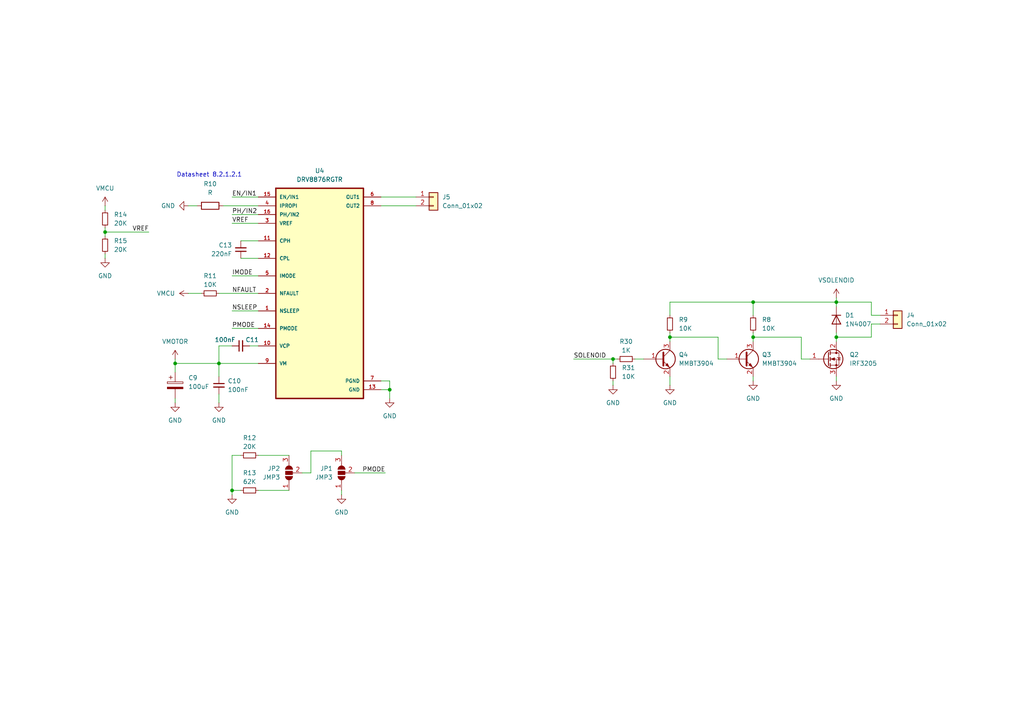
<source format=kicad_sch>
(kicad_sch (version 20231120) (generator "eeschema") (generator_version "8.0")
  (paper "A4")
  (lib_symbols
    (symbol "Connector_Generic:Conn_01x02" (pin_names (offset 1.016) hide)
      (property "Reference" "J" (at 0 2.54 0))
      (property "Value" "Conn_01x02" (at 0 -5.08 0))
      (symbol "Conn_01x02_1_1"
        (rectangle (start -1.27 -2.413) (end 0 -2.667) (stroke (width 0.1524)))
        (rectangle (start -1.27 0.127) (end 0 -0.127) (stroke (width 0.1524)))
        (rectangle (start -1.27 1.27) (end 1.27 -3.81) (stroke (width 0.254)) (fill (type background)))
        (pin passive line (at -5.08 0 0) (length 3.81) (name "Pin_1") (number "1"))
        (pin passive line (at -5.08 -2.54 0) (length 3.81) (name "Pin_2") (number "2"))
      )
    )
    (symbol "DRV8876RGTR:DRV8876RGTR" (pin_names (offset 1.016))
      (property "Reference" "U" (at -12.7 31.48 0))
      (property "Value" "DRV8876RGTR" (at -12.7 -34.48 0))
      (symbol "DRV8876RGTR_0_0"
        (rectangle (start -12.7 -30.48) (end 12.7 30.48) (stroke (width 0.41)) (fill (type background)))
        (pin bidirectional line (at -17.78 -5.08 0) (length 5.08) (name "NSLEEP") (number "1"))
        (pin bidirectional line (at -17.78 -15.24 0) (length 5.08) (name "VCP") (number "10"))
        (pin bidirectional line (at -17.78 15.24 0) (length 5.08) (name "CPH") (number "11"))
        (pin bidirectional line (at -17.78 10.16 0) (length 5.08) (name "CPL") (number "12"))
        (pin power_in line (at 17.78 -27.94 180) (length 5.08) (name "GND") (number "13"))
        (pin bidirectional line (at -17.78 -10.16 0) (length 5.08) (name "PMODE") (number "14"))
        (pin input line (at -17.78 27.94 0) (length 5.08) (name "EN/IN1") (number "15"))
        (pin input line (at -17.78 22.86 0) (length 5.08) (name "PH/IN2") (number "16"))
        (pin bidirectional line (at -17.78 0 0) (length 5.08) (name "NFAULT") (number "2"))
        (pin input line (at -17.78 20.32 0) (length 5.08) (name "VREF") (number "3"))
        (pin input line (at -17.78 25.4 0) (length 5.08) (name "IPROPI") (number "4"))
        (pin bidirectional line (at -17.78 5.08 0) (length 5.08) (name "IMODE") (number "5"))
        (pin output line (at 17.78 27.94 180) (length 5.08) (name "OUT1") (number "6"))
        (pin power_in line (at 17.78 -25.4 180) (length 5.08) (name "PGND") (number "7"))
        (pin output line (at 17.78 25.4 180) (length 5.08) (name "OUT2") (number "8"))
        (pin bidirectional line (at -17.78 -20.32 0) (length 5.08) (name "VM") (number "9"))
      )
    )
    (symbol "Device:C_Polarized" (pin_numbers hide) (pin_names (offset 0.254))
      (property "Reference" "C" (at 0.635 2.54 0))
      (property "Value" "C_Polarized" (at 0.635 -2.54 0))
      (symbol "C_Polarized_0_1"
        (rectangle (start -2.286 0.508) (end 2.286 1.016))
        (polyline (pts (xy -1.778 2.286) (xy -0.762 2.286)))
        (polyline (pts (xy -1.27 2.794) (xy -1.27 1.778)))
        (rectangle (start 2.286 -0.508) (end -2.286 -1.016) (fill (type outline)))
      )
      (symbol "C_Polarized_1_1"
        (pin passive line (at 0 3.81 270) (length 2.794) (name "~") (number "1"))
        (pin passive line (at 0 -3.81 90) (length 2.794) (name "~") (number "2"))
      )
    )
    (symbol "Device:C_Small" (pin_numbers hide) (pin_names (offset 0.254) hide)
      (property "Reference" "C" (at 0.254 1.778 0))
      (property "Value" "C_Small" (at 0.254 -2.032 0))
      (symbol "C_Small_0_1"
        (polyline (pts (xy -1.524 -0.508) (xy 1.524 -0.508)) (stroke (width 0.3302)))
        (polyline (pts (xy -1.524 0.508) (xy 1.524 0.508)) (stroke (width 0.3048)))
      )
      (symbol "C_Small_1_1"
        (pin passive line (at 0 2.54 270) (length 2.032) (name "~") (number "1"))
        (pin passive line (at 0 -2.54 90) (length 2.032) (name "~") (number "2"))
      )
    )
    (symbol "Device:R" (pin_numbers hide) (pin_names (offset 0))
      (property "Reference" "R" (at 2.032 0 90))
      (property "Value" "R" (at 0 0 90))
      (symbol "R_0_1"
        (rectangle (start -1.016 -2.54) (end 1.016 2.54) (stroke (width 0.254)))
      )
      (symbol "R_1_1"
        (pin passive line (at 0 3.81 270) (length 1.27) (name "~") (number "1"))
        (pin passive line (at 0 -3.81 90) (length 1.27) (name "~") (number "2"))
      )
    )
    (symbol "Device:R_Small" (pin_numbers hide) (pin_names (offset 0.254) hide)
      (property "Reference" "R" (at 0.762 0.508 0))
      (property "Value" "R_Small" (at 0.762 -1.016 0))
      (symbol "R_Small_0_1"
        (rectangle (start -0.762 1.778) (end 0.762 -1.778) (stroke (width 0.2032)))
      )
      (symbol "R_Small_1_1"
        (pin passive line (at 0 2.54 270) (length 0.762) (name "~") (number "1"))
        (pin passive line (at 0 -2.54 90) (length 0.762) (name "~") (number "2"))
      )
    )
    (symbol "Diode:1N4007" (pin_numbers hide) (pin_names hide)
      (property "Reference" "D" (at 0 2.54 0))
      (property "Value" "1N4007" (at 0 -2.54 0))
      (symbol "1N4007_0_1"
        (polyline (pts (xy -1.27 1.27) (xy -1.27 -1.27)) (stroke (width 0.254)))
        (polyline (pts (xy 1.27 0) (xy -1.27 0)))
        (polyline (pts (xy 1.27 1.27) (xy 1.27 -1.27) (xy -1.27 0) (xy 1.27 1.27)) (stroke (width 0.254)))
      )
      (symbol "1N4007_1_1"
        (pin passive line (at -3.81 0 0) (length 2.54) (name "K") (number "1"))
        (pin passive line (at 3.81 0 180) (length 2.54) (name "A") (number "2"))
      )
    )
    (symbol "Jumper:SolderJumper_3_Open" (pin_names (offset 0) hide) (exclude_from_sim yes) (in_bom no)
      (property "Reference" "JP" (at -2.54 -2.54 0))
      (property "Value" "SolderJumper_3_Open" (at 0 2.794 0))
      (symbol "SolderJumper_3_Open_0_1"
        (arc (start -1.016 1.016) (mid -2.0276 0) (end -1.016 -1.016))
        (arc (start -1.016 1.016) (mid -2.0276 0) (end -1.016 -1.016) (fill (type outline)))
        (rectangle (start -0.508 1.016) (end 0.508 -1.016) (fill (type outline)))
        (polyline (pts (xy -2.54 0) (xy -2.032 0)))
        (polyline (pts (xy -1.016 1.016) (xy -1.016 -1.016)))
        (polyline (pts (xy 0 -1.27) (xy 0 -1.016)))
        (polyline (pts (xy 1.016 1.016) (xy 1.016 -1.016)))
        (polyline (pts (xy 2.54 0) (xy 2.032 0)))
        (arc (start 1.016 -1.016) (mid 2.0276 0) (end 1.016 1.016))
        (arc (start 1.016 -1.016) (mid 2.0276 0) (end 1.016 1.016) (fill (type outline)))
      )
      (symbol "SolderJumper_3_Open_1_1"
        (pin passive line (at -5.08 0 0) (length 2.54) (name "A") (number "1"))
        (pin passive line (at 0 -3.81 90) (length 2.54) (name "C") (number "2"))
        (pin passive line (at 5.08 0 180) (length 2.54) (name "B") (number "3"))
      )
    )
    (symbol "Transistor_BJT:MMBT3904" (pin_names (offset 0) hide)
      (property "Reference" "Q" (at 5.08 1.905 0))
      (property "Value" "MMBT3904" (at 5.08 0 0))
      (symbol "MMBT3904_0_1"
        (polyline (pts (xy 0.635 0.635) (xy 2.54 2.54)))
        (polyline (pts (xy 0.635 -0.635) (xy 2.54 -2.54) (xy 2.54 -2.54)))
        (polyline (pts (xy 0.635 1.905) (xy 0.635 -1.905) (xy 0.635 -1.905)) (stroke (width 0.508)))
        (polyline (pts (xy 1.27 -1.778) (xy 1.778 -1.27) (xy 2.286 -2.286) (xy 1.27 -1.778) (xy 1.27 -1.778)) (fill (type outline)))
        (circle (center 1.27 0) (radius 2.8194) (stroke (width 0.254)))
      )
      (symbol "MMBT3904_1_1"
        (pin input line (at -5.08 0 0) (length 5.715) (name "B") (number "1"))
        (pin passive line (at 2.54 -5.08 90) (length 2.54) (name "E") (number "2"))
        (pin passive line (at 2.54 5.08 270) (length 2.54) (name "C") (number "3"))
      )
    )
    (symbol "Transistor_FET:IRF3205" (pin_names hide)
      (property "Reference" "Q" (at 5.08 1.905 0))
      (property "Value" "IRF3205" (at 5.08 0 0))
      (symbol "IRF3205_0_1"
        (polyline (pts (xy 0.254 0) (xy -2.54 0)))
        (polyline (pts (xy 0.254 1.905) (xy 0.254 -1.905)) (stroke (width 0.254)))
        (polyline (pts (xy 0.762 -1.27) (xy 0.762 -2.286)) (stroke (width 0.254)))
        (polyline (pts (xy 0.762 0.508) (xy 0.762 -0.508)) (stroke (width 0.254)))
        (polyline (pts (xy 0.762 2.286) (xy 0.762 1.27)) (stroke (width 0.254)))
        (polyline (pts (xy 2.54 2.54) (xy 2.54 1.778)))
        (polyline (pts (xy 2.54 -2.54) (xy 2.54 0) (xy 0.762 0)))
        (polyline (pts (xy 0.762 -1.778) (xy 3.302 -1.778) (xy 3.302 1.778) (xy 0.762 1.778)))
        (polyline (pts (xy 1.016 0) (xy 2.032 0.381) (xy 2.032 -0.381) (xy 1.016 0)) (fill (type outline)))
        (polyline (pts (xy 2.794 0.508) (xy 2.921 0.381) (xy 3.683 0.381) (xy 3.81 0.254)))
        (polyline (pts (xy 3.302 0.381) (xy 2.921 -0.254) (xy 3.683 -0.254) (xy 3.302 0.381)))
        (circle (center 1.651 0) (radius 2.794) (stroke (width 0.254)))
        (circle (center 2.54 -1.778) (radius 0.254) (fill (type outline)))
        (circle (center 2.54 1.778) (radius 0.254) (fill (type outline)))
      )
      (symbol "IRF3205_1_1"
        (pin input line (at -5.08 0 0) (length 2.54) (name "G") (number "1"))
        (pin passive line (at 2.54 5.08 270) (length 2.54) (name "D") (number "2"))
        (pin passive line (at 2.54 -5.08 90) (length 2.54) (name "S") (number "3"))
      )
    )
    (symbol "power:+12V" (power) (pin_numbers hide) (pin_names (offset 0) hide)
      (property "Value" "+12V" (at 0 3.556 0))
      (symbol "+12V_0_1"
        (polyline (pts (xy -0.762 1.27) (xy 0 2.54)))
        (polyline (pts (xy 0 0) (xy 0 2.54)))
        (polyline (pts (xy 0 2.54) (xy 0.762 1.27)))
      )
      (symbol "+12V_1_1"
        (pin power_in line (at 0 0 90) (length 0) (name "~") (number "1"))
      )
    )
    (symbol "power:+3V3" (power) (pin_numbers hide) (pin_names (offset 0) hide)
      (property "Value" "+3V3" (at 0 3.556 0))
      (symbol "+3V3_0_1"
        (polyline (pts (xy -0.762 1.27) (xy 0 2.54)))
        (polyline (pts (xy 0 0) (xy 0 2.54)))
        (polyline (pts (xy 0 2.54) (xy 0.762 1.27)))
      )
      (symbol "+3V3_1_1"
        (pin power_in line (at 0 0 90) (length 0) (name "~") (number "1"))
      )
    )
    (symbol "power:GND" (power) (pin_numbers hide) (pin_names (offset 0) hide)
      (property "Value" "GND" (at 0 -3.81 0))
      (symbol "GND_0_1"
        (polyline (pts (xy 0 0) (xy 0 -1.27) (xy 1.27 -1.27) (xy 0 -2.54) (xy -1.27 -1.27) (xy 0 -1.27)))
      )
      (symbol "GND_1_1"
        (pin power_in line (at 0 0 270) (length 0) (name "~") (number "1"))
      )
    )
  )
  (junction (at 177.8 104.14))
  (junction (at 63.5 105.41))
  (junction (at 218.44 97.79))
  (junction (at 50.8 105.41))
  (junction (at 194.31 97.79))
  (junction (at 218.44 87.63))
  (junction (at 242.57 87.63))
  (junction (at 242.57 97.79))
  (junction (at 67.31 142.24))
  (junction (at 30.48 67.31))
  (junction (at 113.03 113.03))
  (wire (pts (xy 30.48 67.31) (xy 30.48 66.04)))
  (wire (pts (xy 179.07 104.14) (xy 177.8 104.14)))
  (wire (pts (xy 177.8 104.14) (xy 177.8 105.41)))
  (wire (pts (xy 194.31 97.79) (xy 194.31 99.06)))
  (wire (pts (xy 113.03 110.49) (xy 110.49 110.49)))
  (wire (pts (xy 242.57 96.52) (xy 242.57 97.79)))
  (wire (pts (xy 63.5 116.84) (xy 63.5 114.3)))
  (wire (pts (xy 63.5 85.09) (xy 74.93 85.09)))
  (wire (pts (xy 252.73 91.44) (xy 252.73 87.63)))
  (wire (pts (xy 218.44 97.79) (xy 218.44 99.06)))
  (wire (pts (xy 218.44 96.52) (xy 218.44 97.79)))
  (wire (pts (xy 50.8 104.14) (xy 50.8 105.41)))
  (wire (pts (xy 255.27 93.98) (xy 252.73 93.98)))
  (wire (pts (xy 69.85 74.93) (xy 74.93 74.93)))
  (wire (pts (xy 194.31 91.44) (xy 194.31 87.63)))
  (wire (pts (xy 90.17 137.16) (xy 90.17 130.81)))
  (wire (pts (xy 54.61 59.69) (xy 57.15 59.69)))
  (wire (pts (xy 50.8 105.41) (xy 50.8 107.95)))
  (wire (pts (xy 67.31 142.24) (xy 67.31 132.08)))
  (wire (pts (xy 184.15 104.14) (xy 186.69 104.14)))
  (wire (pts (xy 113.03 113.03) (xy 113.03 110.49)))
  (wire (pts (xy 166.37 104.14) (xy 177.8 104.14)))
  (wire (pts (xy 63.5 100.33) (xy 63.5 105.41)))
  (wire (pts (xy 208.28 97.79) (xy 194.31 97.79)))
  (wire (pts (xy 120.65 59.69) (xy 110.49 59.69)))
  (wire (pts (xy 120.65 57.15) (xy 110.49 57.15)))
  (wire (pts (xy 242.57 86.36) (xy 242.57 87.63)))
  (wire (pts (xy 242.57 87.63) (xy 242.57 88.9)))
  (wire (pts (xy 242.57 110.49) (xy 242.57 109.22)))
  (wire (pts (xy 30.48 74.93) (xy 30.48 73.66)))
  (wire (pts (xy 90.17 130.81) (xy 99.06 130.81)))
  (wire (pts (xy 67.31 57.15) (xy 74.93 57.15)))
  (wire (pts (xy 252.73 87.63) (xy 242.57 87.63)))
  (wire (pts (xy 74.93 132.08) (xy 83.82 132.08)))
  (wire (pts (xy 67.31 95.25) (xy 74.93 95.25)))
  (wire (pts (xy 210.82 104.14) (xy 208.28 104.14)))
  (wire (pts (xy 194.31 87.63) (xy 218.44 87.63)))
  (wire (pts (xy 208.28 104.14) (xy 208.28 97.79)))
  (wire (pts (xy 63.5 105.41) (xy 74.93 105.41)))
  (wire (pts (xy 67.31 80.01) (xy 74.93 80.01)))
  (wire (pts (xy 67.31 132.08) (xy 69.85 132.08)))
  (wire (pts (xy 194.31 96.52) (xy 194.31 97.79)))
  (wire (pts (xy 255.27 91.44) (xy 252.73 91.44)))
  (wire (pts (xy 177.8 111.76) (xy 177.8 110.49)))
  (wire (pts (xy 234.95 104.14) (xy 232.41 104.14)))
  (wire (pts (xy 30.48 67.31) (xy 43.18 67.31)))
  (wire (pts (xy 99.06 143.51) (xy 99.06 142.24)))
  (wire (pts (xy 242.57 97.79) (xy 242.57 99.06)))
  (wire (pts (xy 113.03 115.57) (xy 113.03 113.03)))
  (wire (pts (xy 74.93 142.24) (xy 83.82 142.24)))
  (wire (pts (xy 67.31 142.24) (xy 69.85 142.24)))
  (wire (pts (xy 67.31 64.77) (xy 74.93 64.77)))
  (wire (pts (xy 110.49 113.03) (xy 113.03 113.03)))
  (wire (pts (xy 67.31 143.51) (xy 67.31 142.24)))
  (wire (pts (xy 63.5 105.41) (xy 50.8 105.41)))
  (wire (pts (xy 232.41 97.79) (xy 218.44 97.79)))
  (wire (pts (xy 30.48 59.69) (xy 30.48 60.96)))
  (wire (pts (xy 30.48 68.58) (xy 30.48 67.31)))
  (wire (pts (xy 87.63 137.16) (xy 90.17 137.16)))
  (wire (pts (xy 64.77 59.69) (xy 74.93 59.69)))
  (wire (pts (xy 63.5 105.41) (xy 63.5 109.22)))
  (wire (pts (xy 72.39 100.33) (xy 74.93 100.33)))
  (wire (pts (xy 67.31 90.17) (xy 74.93 90.17)))
  (wire (pts (xy 69.85 69.85) (xy 74.93 69.85)))
  (wire (pts (xy 218.44 87.63) (xy 218.44 91.44)))
  (wire (pts (xy 218.44 87.63) (xy 242.57 87.63)))
  (wire (pts (xy 111.76 137.16) (xy 102.87 137.16)))
  (wire (pts (xy 252.73 93.98) (xy 252.73 97.79)))
  (wire (pts (xy 99.06 130.81) (xy 99.06 132.08)))
  (wire (pts (xy 194.31 111.76) (xy 194.31 109.22)))
  (wire (pts (xy 67.31 100.33) (xy 63.5 100.33)))
  (wire (pts (xy 67.31 62.23) (xy 74.93 62.23)))
  (wire (pts (xy 252.73 97.79) (xy 242.57 97.79)))
  (wire (pts (xy 54.61 85.09) (xy 58.42 85.09)))
  (wire (pts (xy 232.41 104.14) (xy 232.41 97.79)))
  (wire (pts (xy 50.8 116.84) (xy 50.8 115.57)))
  (wire (pts (xy 218.44 110.49) (xy 218.44 109.22)))
  (text "Datasheet 8.2.1.2.1" (at 60.706 50.8 0) (effects (font (size 1.27 1.27))))
  (label "VREF" (at 67.31 64.77 0))
  (label "NFAULT" (at 67.31 85.09 0))
  (label "PH/IN2" (at 67.31 62.23 0))
  (label "PMODE" (at 67.31 95.25 0))
  (label "VREF" (at 43.18 67.31 180))
  (label "EN/IN1" (at 67.31 57.15 0))
  (label "NSLEEP" (at 67.31 90.17 0))
  (label "IMODE" (at 67.31 80.01 0))
  (label "PMODE" (at 111.76 137.16 180))
  (label "SOLENOID" (at 166.37 104.14 0))
  (symbol (lib_id "power:GND") (at 30.48 74.93 0) (unit 1)
    (property "Reference" "#PWR037" (effects (hide yes)))
    (property "Value" "GND" (at 30.48 80.01 0))
    (property "Description" "Power symbol creates a global label with name \"GND\" , ground" (effects (hide yes)))
  )
  (symbol (lib_id "Transistor_BJT:MMBT3904") (at 191.77 104.14 0) (unit 1)
    (property "Reference" "Q4" (at 196.85 102.8699 0) (effects (justify left)))
    (property "Value" "MMBT3904" (at 196.85 105.4099 0) (effects (justify left)))
    (property "Footprint" "Package_TO_SOT_SMD:SOT-23" (effects (hide yes)))
    (property "Datasheet" "https://www.onsemi.com/pdf/datasheet/pzt3904-d.pdf" (effects (hide yes)))
    (property "Description" "0.2A Ic, 40V Vce, Small Signal NPN Transistor, SOT-23" (effects (hide yes)))
  )
  (symbol (lib_id "Device:R") (at 60.96 59.69 270) (unit 1)
    (property "Reference" "R10" (at 60.96 53.34 90))
    (property "Value" "R" (at 60.96 55.88 90))
    (property "Footprint" "Resistor_SMD:R_0603_1608Metric" (effects (hide yes)))
    (property "Description" "Resistor" (effects (hide yes)))
  )
  (symbol (lib_id "Device:R_Small") (at 72.39 132.08 270) (unit 1)
    (property "Reference" "R12" (at 72.39 127 90))
    (property "Value" "20K" (at 72.39 129.54 90))
    (property "Footprint" "Resistor_SMD:R_0603_1608Metric" (effects (hide yes)))
    (property "Description" "Resistor, small symbol" (effects (hide yes)))
  )
  (symbol (lib_id "Connector_Generic:Conn_01x02") (at 125.73 57.15 0) (unit 1)
    (property "Reference" "J5" (at 128.27 57.1499 0) (effects (justify left)))
    (property "Value" "Conn_01x02" (at 128.27 59.6899 0) (effects (justify left)))
    (property "Footprint" "Connector_JST:JST_PH_B2B-PH-K_1x02_P2.00mm_Vertical" (effects (hide yes)))
    (property "Description" "Generic connector, single row, 01x02, script generated (kicad-library-utils/schlib/autogen/connector/)" (effects (hide yes)))
  )
  (symbol (lib_id "Device:R_Small") (at 30.48 71.12 0) (unit 1)
    (property "Reference" "R15" (at 33.02 69.8499 0) (effects (justify left)))
    (property "Value" "20K" (at 33.02 72.3899 0) (effects (justify left)))
    (property "Footprint" "Resistor_SMD:R_0603_1608Metric" (effects (hide yes)))
    (property "Description" "Resistor, small symbol" (effects (hide yes)))
  )
  (symbol (lib_id "power:GND") (at 54.61 59.69 270) (unit 1)
    (property "Reference" "#PWR034" (effects (hide yes)))
    (property "Value" "GND" (at 50.8 59.6899 90) (effects (justify right)))
    (property "Description" "Power symbol creates a global label with name \"GND\" , ground" (effects (hide yes)))
  )
  (symbol (lib_id "power:GND") (at 113.03 115.57 0) (unit 1)
    (property "Reference" "#PWR033" (effects (hide yes)))
    (property "Value" "GND" (at 113.03 120.65 0))
    (property "Description" "Power symbol creates a global label with name \"GND\" , ground" (effects (hide yes)))
  )
  (symbol (lib_id "power:GND") (at 194.31 111.76 0) (unit 1)
    (property "Reference" "#PWR027" (effects (hide yes)))
    (property "Value" "GND" (at 194.31 116.84 0))
    (property "Description" "Power symbol creates a global label with name \"GND\" , ground" (effects (hide yes)))
  )
  (symbol (lib_id "power:GND") (at 67.31 143.51 0) (unit 1)
    (property "Reference" "#PWR029" (effects (hide yes)))
    (property "Value" "GND" (at 67.31 148.59 0))
    (property "Description" "Power symbol creates a global label with name \"GND\" , ground" (effects (hide yes)))
  )
  (symbol (lib_id "power:+3V3") (at 30.48 59.69 0) (unit 1)
    (property "Reference" "#PWR036" (effects (hide yes)))
    (property "Value" "VMCU" (at 30.48 54.61 0))
    (property "Description" "Power symbol creates a global label with name \"+3V3\"" (effects (hide yes)))
  )
  (symbol (lib_id "power:GND") (at 99.06 143.51 0) (unit 1)
    (property "Reference" "#PWR028" (effects (hide yes)))
    (property "Value" "GND" (at 99.06 148.59 0))
    (property "Description" "Power symbol creates a global label with name \"GND\" , ground" (effects (hide yes)))
  )
  (symbol (lib_id "power:+12V") (at 242.57 86.36 0) (unit 1)
    (property "Reference" "#PWR024" (effects (hide yes)))
    (property "Value" "VSOLENOID" (at 242.57 81.28 0))
    (property "Description" "Power symbol creates a global label with name \"+12V\"" (effects (hide yes)))
  )
  (symbol (lib_id "power:GND") (at 63.5 116.84 0) (unit 1)
    (property "Reference" "#PWR032" (effects (hide yes)))
    (property "Value" "GND" (at 63.5 121.92 0))
    (property "Description" "Power symbol creates a global label with name \"GND\" , ground" (effects (hide yes)))
  )
  (symbol (lib_id "Transistor_FET:IRF3205") (at 240.03 104.14 0) (unit 1)
    (property "Reference" "Q2" (at 246.38 102.8699 0) (effects (justify left)))
    (property "Value" "IRF3205" (at 246.38 105.4099 0) (effects (justify left)))
    (property "Footprint" "Package_TO_SOT_THT:TO-220-3_Vertical" (effects (hide yes)))
    (property "Datasheet" "http://www.irf.com/product-info/datasheets/data/irf3205.pdf" (effects (hide yes)))
    (property "Description" "110A Id, 55V Vds, Single N-Channel HEXFET Power MOSFET, 8mOhm Ron, TO-220AB" (effects (hide yes)))
  )
  (symbol (lib_id "power:GND") (at 177.8 111.76 0) (unit 1)
    (property "Reference" "#PWR074" (effects (hide yes)))
    (property "Value" "GND" (at 177.8 116.84 0))
    (property "Description" "Power symbol creates a global label with name \"GND\" , ground" (effects (hide yes)))
  )
  (symbol (lib_id "power:GND") (at 50.8 116.84 0) (unit 1)
    (property "Reference" "#PWR031" (effects (hide yes)))
    (property "Value" "GND" (at 50.8 121.92 0))
    (property "Description" "Power symbol creates a global label with name \"GND\" , ground" (effects (hide yes)))
  )
  (symbol (lib_id "Device:C_Small") (at 69.85 100.33 90) (unit 1)
    (property "Reference" "C11" (at 73.152 98.552 90))
    (property "Value" "100nF" (at 65.278 98.552 90))
    (property "Footprint" "Capacitor_SMD:C_0603_1608Metric" (effects (hide yes)))
    (property "Description" "Unpolarized capacitor, small symbol" (effects (hide yes)))
  )
  (symbol (lib_id "Device:C_Small") (at 63.5 111.76 0) (unit 1)
    (property "Reference" "C10" (at 66.04 110.4962 0) (effects (justify left)))
    (property "Value" "100nF" (at 66.04 113.0362 0) (effects (justify left)))
    (property "Footprint" "Capacitor_SMD:C_0603_1608Metric" (effects (hide yes)))
    (property "Description" "Unpolarized capacitor, small symbol" (effects (hide yes)))
  )
  (symbol (lib_id "Device:C_Polarized") (at 50.8 111.76 0) (unit 1)
    (property "Reference" "C9" (at 54.61 109.6009 0) (effects (justify left)))
    (property "Value" "100uF" (at 54.61 112.1409 0) (effects (justify left)))
    (property "Footprint" "Capacitor_THT:CP_Radial_D6.3mm_P2.50mm" (effects (hide yes)))
    (property "Description" "Polarized capacitor" (effects (hide yes)))
  )
  (symbol (lib_id "power:+3V3") (at 54.61 85.09 90) (unit 1)
    (property "Reference" "#PWR012" (effects (hide yes)))
    (property "Value" "VMCU" (at 50.8 85.0899 90) (effects (justify left)))
    (property "Description" "Power symbol creates a global label with name \"+3V3\"" (effects (hide yes)))
  )
  (symbol (lib_id "Connector_Generic:Conn_01x02") (at 260.35 91.44 0) (unit 1)
    (property "Reference" "J4" (at 262.89 91.4399 0) (effects (justify left)))
    (property "Value" "Conn_01x02" (at 262.89 93.9799 0) (effects (justify left)))
    (property "Footprint" "Connector_JST:JST_PH_B2B-PH-K_1x02_P2.00mm_Vertical" (effects (hide yes)))
    (property "Description" "Generic connector, single row, 01x02, script generated (kicad-library-utils/schlib/autogen/connector/)" (effects (hide yes)))
  )
  (symbol (lib_id "Device:R_Small") (at 218.44 93.98 180) (unit 1)
    (property "Reference" "R8" (at 220.98 92.7099 0) (effects (justify right)))
    (property "Value" "10K" (at 220.98 95.2499 0) (effects (justify right)))
    (property "Footprint" "Resistor_SMD:R_0603_1608Metric" (effects (hide yes)))
    (property "Description" "Resistor, small symbol" (effects (hide yes)))
  )
  (symbol (lib_id "Device:C_Small") (at 69.85 72.39 0) (mirror x) (unit 1)
    (property "Reference" "C13" (at 67.31 71.1135 0) (effects (justify right)))
    (property "Value" "220nF" (at 67.31 73.6535 0) (effects (justify right)))
    (property "Footprint" "Capacitor_SMD:C_0603_1608Metric" (effects (hide yes)))
    (property "Description" "Unpolarized capacitor, small symbol" (effects (hide yes)))
  )
  (symbol (lib_id "Device:R_Small") (at 72.39 142.24 270) (unit 1)
    (property "Reference" "R13" (at 72.39 137.16 90))
    (property "Value" "62K" (at 72.39 139.7 90))
    (property "Footprint" "Resistor_SMD:R_0603_1608Metric" (effects (hide yes)))
    (property "Description" "Resistor, small symbol" (effects (hide yes)))
  )
  (symbol (lib_id "Device:R_Small") (at 60.96 85.09 270) (unit 1)
    (property "Reference" "R11" (at 60.96 80.01 90))
    (property "Value" "10K" (at 60.96 82.55 90))
    (property "Footprint" "Resistor_SMD:R_0603_1608Metric" (effects (hide yes)))
    (property "Description" "Resistor, small symbol" (effects (hide yes)))
  )
  (symbol (lib_id "power:GND") (at 242.57 110.49 0) (unit 1)
    (property "Reference" "#PWR025" (effects (hide yes)))
    (property "Value" "GND" (at 242.57 115.57 0))
    (property "Description" "Power symbol creates a global label with name \"GND\" , ground" (effects (hide yes)))
  )
  (symbol (lib_id "Jumper:SolderJumper_3_Open") (at 83.82 137.16 90) (unit 1) (exclude_from_sim yes) (in_bom no)
    (property "Reference" "JP2" (at 81.28 135.8899 90) (effects (justify left)))
    (property "Value" "JMP3" (at 81.28 138.4299 90) (effects (justify left)))
    (property "Footprint" "Jumper:SolderJumper-3_P1.3mm_Open_Pad1.0x1.5mm" (effects (hide yes)))
    (property "Description" "Solder Jumper, 3-pole, open" (effects (hide yes)))
  )
  (symbol (lib_id "Transistor_BJT:MMBT3904") (at 215.9 104.14 0) (unit 1)
    (property "Reference" "Q3" (at 220.98 102.8699 0) (effects (justify left)))
    (property "Value" "MMBT3904" (at 220.98 105.4099 0) (effects (justify left)))
    (property "Footprint" "Package_TO_SOT_SMD:SOT-23" (effects (hide yes)))
    (property "Datasheet" "https://www.onsemi.com/pdf/datasheet/pzt3904-d.pdf" (effects (hide yes)))
    (property "Description" "0.2A Ic, 40V Vce, Small Signal NPN Transistor, SOT-23" (effects (hide yes)))
  )
  (symbol (lib_id "Diode:1N4007") (at 242.57 92.71 270) (unit 1)
    (property "Reference" "D1" (at 245.11 91.4399 90) (effects (justify left)))
    (property "Value" "1N4007" (at 245.11 93.9799 90) (effects (justify left)))
    (property "Footprint" "Diode_SMD:D_SOD-123F" (effects (hide yes)))
    (property "Datasheet" "http://www.vishay.com/docs/88503/1n4001.pdf" (effects (hide yes)))
    (property "Description" "1000V 1A General Purpose Rectifier Diode, DO-41" (effects (hide yes)))
    (property "Sim.Device" "D" (effects (hide yes)))
    (property "Sim.Pins" "1=K 2=A" (effects (hide yes)))
  )
  (symbol (lib_id "Device:R_Small") (at 177.8 107.95 180) (unit 1)
    (property "Reference" "R31" (at 180.34 106.6799 0) (effects (justify right)))
    (property "Value" "10K" (at 180.34 109.2199 0) (effects (justify right)))
    (property "Footprint" "Resistor_SMD:R_0603_1608Metric" (effects (hide yes)))
    (property "Description" "Resistor, small symbol" (effects (hide yes)))
  )
  (symbol (lib_id "power:GND") (at 218.44 110.49 0) (unit 1)
    (property "Reference" "#PWR026" (effects (hide yes)))
    (property "Value" "GND" (at 218.44 115.57 0))
    (property "Description" "Power symbol creates a global label with name \"GND\" , ground" (effects (hide yes)))
  )
  (symbol (lib_id "Jumper:SolderJumper_3_Open") (at 99.06 137.16 90) (unit 1) (exclude_from_sim yes) (in_bom no)
    (property "Reference" "JP1" (at 96.52 135.8899 90) (effects (justify left)))
    (property "Value" "JMP3" (at 96.52 138.4299 90) (effects (justify left)))
    (property "Footprint" "Jumper:SolderJumper-3_P1.3mm_Open_Pad1.0x1.5mm" (effects (hide yes)))
    (property "Description" "Solder Jumper, 3-pole, open" (effects (hide yes)))
  )
  (symbol (lib_id "Device:R_Small") (at 181.61 104.14 270) (unit 1)
    (property "Reference" "R30" (at 181.61 99.06 90))
    (property "Value" "1K" (at 181.61 101.6 90))
    (property "Footprint" "Resistor_SMD:R_0603_1608Metric" (effects (hide yes)))
    (property "Description" "Resistor, small symbol" (effects (hide yes)))
  )
  (symbol (lib_id "Device:R_Small") (at 194.31 93.98 180) (unit 1)
    (property "Reference" "R9" (at 196.85 92.7099 0) (effects (justify right)))
    (property "Value" "10K" (at 196.85 95.2499 0) (effects (justify right)))
    (property "Footprint" "Resistor_SMD:R_0603_1608Metric" (effects (hide yes)))
    (property "Description" "Resistor, small symbol" (effects (hide yes)))
  )
  (symbol (lib_id "DRV8876RGTR:DRV8876RGTR") (at 92.71 85.09 0) (unit 1)
    (property "Reference" "U4" (at 92.71 49.53 0))
    (property "Value" "DRV8876RGTR" (at 92.71 52.07 0))
    (property "Footprint" "DRV8876RGTR:DRV8876RGTR" (effects (hide yes)))
    (property "MF" "Texas Instruments" (effects (hide yes)))
    (property "Description_1" "\n                        \n                            40-V, 3.5-A H-bridge motor driver with integrated current sensing & current-sense feedback\n                        \n" (effects (hide yes)))
    (property "Package" "VQFN-16 Texas Instruments" (effects (hide yes)))
    (property "Price" "None" (effects (hide yes)))
    (property "SnapEDA_Link" "https://www.snapeda.com/parts/DRV8876RGTR/Texas+Instruments/view-part/?ref=snap" (effects (hide yes)))
    (property "MP" "DRV8876RGTR" (effects (hide yes)))
    (property "Availability" "In Stock" (effects (hide yes)))
    (property "Check_prices" "https://www.snapeda.com/parts/DRV8876RGTR/Texas+Instruments/view-part/?ref=eda" (effects (hide yes)))
  )
  (symbol (lib_id "Device:R_Small") (at 30.48 63.5 0) (unit 1)
    (property "Reference" "R14" (at 33.02 62.2299 0) (effects (justify left)))
    (property "Value" "20K" (at 33.02 64.7699 0) (effects (justify left)))
    (property "Footprint" "Resistor_SMD:R_0603_1608Metric" (effects (hide yes)))
    (property "Description" "Resistor, small symbol" (effects (hide yes)))
  )
  (symbol (lib_id "power:+12V") (at 50.8 104.14 0) (unit 1)
    (property "Reference" "#PWR030" (effects (hide yes)))
    (property "Value" "VMOTOR" (at 50.8 99.06 0))
    (property "Description" "Power symbol creates a global label with name \"+12V\"" (effects (hide yes)))
  )
)
</source>
